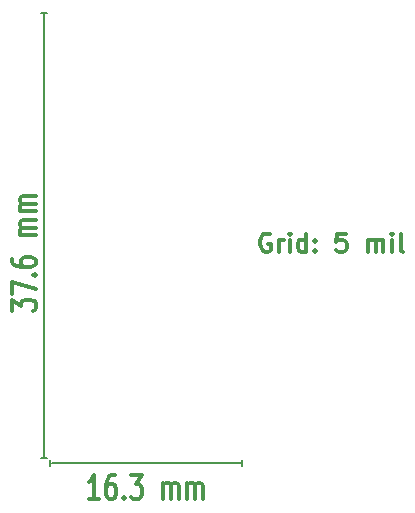
<source format=gbr>
G04 #@! TF.FileFunction,Drawing*
%FSLAX46Y46*%
G04 Gerber Fmt 4.6, Leading zero omitted, Abs format (unit mm)*
G04 Created by KiCad (PCBNEW 4.1.0-alpha+201608211231+7083~46~ubuntu16.04.1-product) date Thu Sep  1 10:22:21 2016*
%MOMM*%
%LPD*%
G01*
G04 APERTURE LIST*
%ADD10C,0.100000*%
%ADD11C,0.304800*%
%ADD12C,0.127000*%
G04 APERTURE END LIST*
D10*
D11*
X-3271762Y12337143D02*
X-3271762Y13280572D01*
X-2497667Y12772572D01*
X-2497667Y12990286D01*
X-2400905Y13135429D01*
X-2304143Y13208000D01*
X-2110620Y13280572D01*
X-1626810Y13280572D01*
X-1433286Y13208000D01*
X-1336524Y13135429D01*
X-1239762Y12990286D01*
X-1239762Y12554858D01*
X-1336524Y12409715D01*
X-1433286Y12337143D01*
X-3271762Y13788572D02*
X-3271762Y14804572D01*
X-1239762Y14151429D01*
X-1433286Y15385143D02*
X-1336524Y15457715D01*
X-1239762Y15385143D01*
X-1336524Y15312572D01*
X-1433286Y15385143D01*
X-1239762Y15385143D01*
X-3271762Y16764000D02*
X-3271762Y16473715D01*
X-3175000Y16328572D01*
X-3078239Y16256000D01*
X-2787953Y16110858D01*
X-2400905Y16038286D01*
X-1626810Y16038286D01*
X-1433286Y16110858D01*
X-1336524Y16183429D01*
X-1239762Y16328572D01*
X-1239762Y16618858D01*
X-1336524Y16764000D01*
X-1433286Y16836572D01*
X-1626810Y16909143D01*
X-2110620Y16909143D01*
X-2304143Y16836572D01*
X-2400905Y16764000D01*
X-2497667Y16618858D01*
X-2497667Y16328572D01*
X-2400905Y16183429D01*
X-2304143Y16110858D01*
X-2110620Y16038286D01*
X-1239762Y18723429D02*
X-2594429Y18723429D01*
X-2400905Y18723429D02*
X-2497667Y18796000D01*
X-2594429Y18941143D01*
X-2594429Y19158858D01*
X-2497667Y19304000D01*
X-2304143Y19376572D01*
X-1239762Y19376572D01*
X-2304143Y19376572D02*
X-2497667Y19449143D01*
X-2594429Y19594286D01*
X-2594429Y19812000D01*
X-2497667Y19957143D01*
X-2304143Y20029715D01*
X-1239762Y20029715D01*
X-1239762Y20755429D02*
X-2594429Y20755429D01*
X-2400905Y20755429D02*
X-2497667Y20828000D01*
X-2594429Y20973143D01*
X-2594429Y21190858D01*
X-2497667Y21336000D01*
X-2304143Y21408572D01*
X-1239762Y21408572D01*
X-2304143Y21408572D02*
X-2497667Y21481143D01*
X-2594429Y21626286D01*
X-2594429Y21844000D01*
X-2497667Y21989143D01*
X-2304143Y22061715D01*
X-1239762Y22061715D01*
D12*
X-508000Y4572000D02*
X-508000Y3683000D01*
X-508000Y-127000D02*
X-508000Y3810000D01*
D11*
X18619288Y18806160D02*
X18474145Y18878732D01*
X18256431Y18878732D01*
X18038717Y18806160D01*
X17893574Y18661018D01*
X17821002Y18515875D01*
X17748431Y18225589D01*
X17748431Y18007875D01*
X17821002Y17717589D01*
X17893574Y17572446D01*
X18038717Y17427303D01*
X18256431Y17354732D01*
X18401574Y17354732D01*
X18619288Y17427303D01*
X18691860Y17499875D01*
X18691860Y18007875D01*
X18401574Y18007875D01*
X19345002Y17354732D02*
X19345002Y18370732D01*
X19345002Y18080446D02*
X19417574Y18225589D01*
X19490145Y18298160D01*
X19635288Y18370732D01*
X19780431Y18370732D01*
X20288431Y17354732D02*
X20288431Y18370732D01*
X20288431Y18878732D02*
X20215860Y18806160D01*
X20288431Y18733589D01*
X20361002Y18806160D01*
X20288431Y18878732D01*
X20288431Y18733589D01*
X21667288Y17354732D02*
X21667288Y18878732D01*
X21667288Y17427303D02*
X21522145Y17354732D01*
X21231860Y17354732D01*
X21086717Y17427303D01*
X21014145Y17499875D01*
X20941574Y17645018D01*
X20941574Y18080446D01*
X21014145Y18225589D01*
X21086717Y18298160D01*
X21231860Y18370732D01*
X21522145Y18370732D01*
X21667288Y18298160D01*
X22393002Y17499875D02*
X22465574Y17427303D01*
X22393002Y17354732D01*
X22320431Y17427303D01*
X22393002Y17499875D01*
X22393002Y17354732D01*
X22393002Y18298160D02*
X22465574Y18225589D01*
X22393002Y18153018D01*
X22320431Y18225589D01*
X22393002Y18298160D01*
X22393002Y18153018D01*
X25005574Y18878732D02*
X24279860Y18878732D01*
X24207288Y18153018D01*
X24279860Y18225589D01*
X24425002Y18298160D01*
X24787860Y18298160D01*
X24933002Y18225589D01*
X25005574Y18153018D01*
X25078145Y18007875D01*
X25078145Y17645018D01*
X25005574Y17499875D01*
X24933002Y17427303D01*
X24787860Y17354732D01*
X24425002Y17354732D01*
X24279860Y17427303D01*
X24207288Y17499875D01*
X26892431Y17354732D02*
X26892431Y18370732D01*
X26892431Y18225589D02*
X26965002Y18298160D01*
X27110145Y18370732D01*
X27327860Y18370732D01*
X27473002Y18298160D01*
X27545574Y18153018D01*
X27545574Y17354732D01*
X27545574Y18153018D02*
X27618145Y18298160D01*
X27763288Y18370732D01*
X27981002Y18370732D01*
X28126145Y18298160D01*
X28198717Y18153018D01*
X28198717Y17354732D01*
X28924431Y17354732D02*
X28924431Y18370732D01*
X28924431Y18878732D02*
X28851860Y18806160D01*
X28924431Y18733589D01*
X28997002Y18806160D01*
X28924431Y18878732D01*
X28924431Y18733589D01*
X29867860Y17354732D02*
X29722717Y17427303D01*
X29650145Y17572446D01*
X29650145Y18878732D01*
D12*
X-508000Y37465000D02*
X-508000Y4572000D01*
X-254000Y37592000D02*
X-762000Y37592000D01*
X-254000Y-127000D02*
X-762000Y-127000D01*
D11*
X4136571Y-3586238D02*
X3265714Y-3586238D01*
X3701142Y-3586238D02*
X3701142Y-1554238D01*
X3556000Y-1844523D01*
X3410857Y-2038047D01*
X3265714Y-2134809D01*
X5442857Y-1554238D02*
X5152571Y-1554238D01*
X5007428Y-1651000D01*
X4934857Y-1747761D01*
X4789714Y-2038047D01*
X4717142Y-2425095D01*
X4717142Y-3199190D01*
X4789714Y-3392714D01*
X4862285Y-3489476D01*
X5007428Y-3586238D01*
X5297714Y-3586238D01*
X5442857Y-3489476D01*
X5515428Y-3392714D01*
X5588000Y-3199190D01*
X5588000Y-2715380D01*
X5515428Y-2521857D01*
X5442857Y-2425095D01*
X5297714Y-2328333D01*
X5007428Y-2328333D01*
X4862285Y-2425095D01*
X4789714Y-2521857D01*
X4717142Y-2715380D01*
X6241142Y-3392714D02*
X6313714Y-3489476D01*
X6241142Y-3586238D01*
X6168571Y-3489476D01*
X6241142Y-3392714D01*
X6241142Y-3586238D01*
X6821714Y-1554238D02*
X7765142Y-1554238D01*
X7257142Y-2328333D01*
X7474857Y-2328333D01*
X7620000Y-2425095D01*
X7692571Y-2521857D01*
X7765142Y-2715380D01*
X7765142Y-3199190D01*
X7692571Y-3392714D01*
X7620000Y-3489476D01*
X7474857Y-3586238D01*
X7039428Y-3586238D01*
X6894285Y-3489476D01*
X6821714Y-3392714D01*
X9579428Y-3586238D02*
X9579428Y-2231571D01*
X9579428Y-2425095D02*
X9652000Y-2328333D01*
X9797142Y-2231571D01*
X10014857Y-2231571D01*
X10160000Y-2328333D01*
X10232571Y-2521857D01*
X10232571Y-3586238D01*
X10232571Y-2521857D02*
X10305142Y-2328333D01*
X10450285Y-2231571D01*
X10668000Y-2231571D01*
X10813142Y-2328333D01*
X10885714Y-2521857D01*
X10885714Y-3586238D01*
X11611428Y-3586238D02*
X11611428Y-2231571D01*
X11611428Y-2425095D02*
X11684000Y-2328333D01*
X11829142Y-2231571D01*
X12046857Y-2231571D01*
X12192000Y-2328333D01*
X12264571Y-2521857D01*
X12264571Y-3586238D01*
X12264571Y-2521857D02*
X12337142Y-2328333D01*
X12482285Y-2231571D01*
X12700000Y-2231571D01*
X12845142Y-2328333D01*
X12917714Y-2521857D01*
X12917714Y-3586238D01*
D12*
X127000Y-508000D02*
X16129000Y-508000D01*
X16256000Y-254000D02*
X16256000Y-762000D01*
X0Y-254000D02*
X0Y-762000D01*
M02*

</source>
